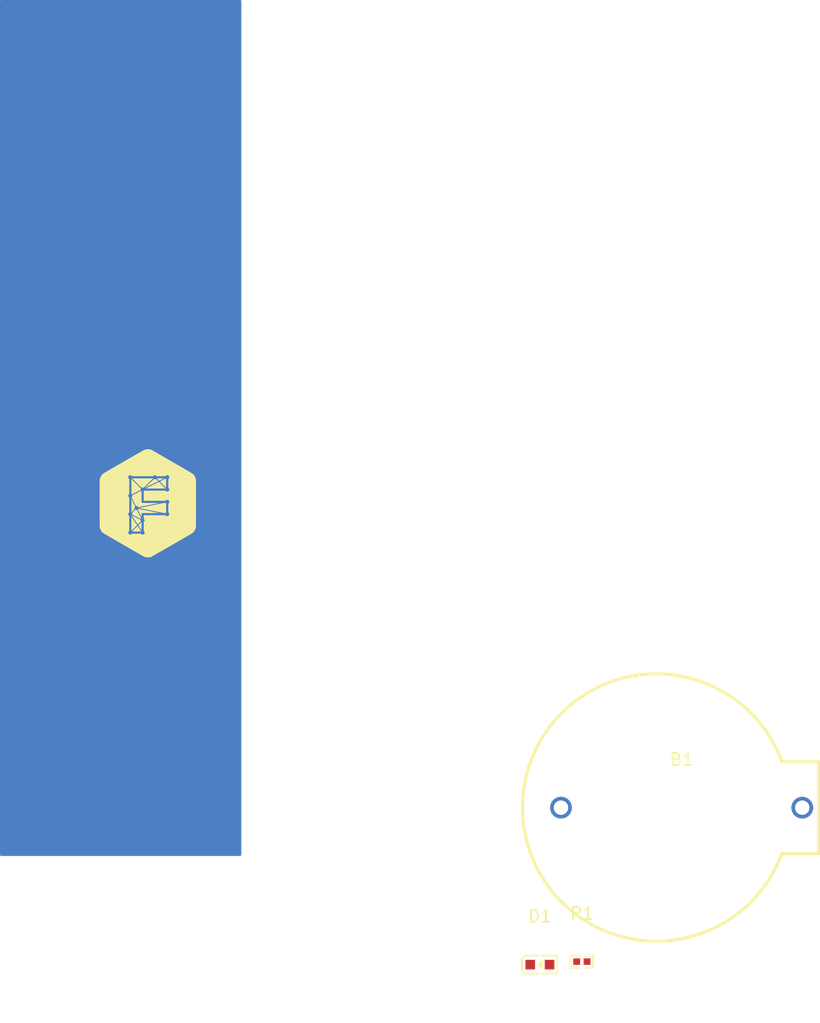
<source format=kicad_pcb>
(kicad_pcb (version 20241229) (generator "pcbnew") (generator_version "9.0")
  (layers (0 "F.Cu" signal) (2 "B.Cu" signal) (13 "F.Paste" user) (15 "B.Paste" user) (5 "F.SilkS" user "F.Silkscreen") (7 "B.SilkS" user "B.Silkscreen") (1 "F.Mask" user) (3 "B.Mask" user) (25 "Edge.Cuts" user))
  (net 0 "")
  (net 1 "B1-1-R1-2")
  (net 2 "D1-1-R1-1")
  (net 3 "B1-2-D1-2")
  (net 4 "GND")
  (footprint "logos:faebryk_logo" (layer "F.Cu") (at 32.25 46.75)
    (property "Reference" "G***" (hide yes))
    (property "Value" "LOGO" (hide yes))
    (fp_poly (pts (xy -1.121428 1.462679) (xy -0.886487 1.815188) (xy -1.356395 2.285096) (xy -1.356382 1.697633) (xy -1.35637 1.11017)) (fill yes) (layer "F.SilkS"))
    (fp_poly (pts (xy 1.472993 -1.226803) (xy 0.652261 -1.227287) (xy -0.16847 -1.227771) (xy 0.377986 -1.501563) (xy 0.924441 -1.775355)) (fill yes) (layer "F.SilkS"))
    (fp_poly (pts (xy 1.520736 -2.008089) (xy 1.516224 -1.287167) (xy 1.254833 -1.548666) (xy 0.993442 -1.810166) (xy 1.235346 -1.930871) (xy 1.477249 -2.051576)) (fill yes) (layer "F.SilkS"))
    (fp_poly (pts (xy 1.036875 -2.064368) (xy 1.334795 -2.063905) (xy 1.140408 -1.965477) (xy 1.087217 -1.938612) (xy 1.039226 -1.914504) (xy 0.998552 -1.894206) (xy 0.967309 -1.878769) (xy 0.947613 -1.869245) (xy 0.941559 -1.866586) (xy 0.934273 -1.872234) (xy 0.916986 -1.888149) (xy 0.891831 -1.912294) (xy 0.860939 -1.942632) (xy 0.838027 -1.965477) (xy 0.738955 -2.06483)) (fill yes) (layer "F.SilkS"))
    (fp_poly (pts (xy -1.201449 -0.051837) (xy -1.047441 0.254863) (xy -1.070994 0.281725) (xy -1.095951 0.319565) (xy -1.107686 0.362439) (xy -1.106473 0.4127) (xy -1.093153 0.47085) (xy -1.09368 0.479029) (xy -1.100135 0.491259) (xy -1.113792 0.509029) (xy -1.135923 0.533832) (xy -1.1678 0.567156) (xy -1.210697 0.610492) (xy -1.222158 0.621936) (xy -1.356395 0.755743) (xy -1.355926 0.198602) (xy -1.355457 -0.358538)) (fill yes) (layer "F.SilkS"))
    (fp_poly (pts (xy -0.967318 -1.628502) (xy -0.886578 -1.547722) (xy -0.817374 -1.47822) (xy -0.758919 -1.41916) (xy -0.710424 -1.36971) (xy -0.671103 -1.329036) (xy -0.640166 -1.296303) (xy -0.616827 -1.270678) (xy -0.600298 -1.251327) (xy -0.58979 -1.237415) (xy -0.584517 -1.22811) (xy -0.583689 -1.222578) (xy -0.583718 -1.222483) (xy -0.587329 -1.204864) (xy -0.59112 -1.176748) (xy -0.593696 -1.150709) (xy -0.598199 -1.096213) (xy -1.317517 -0.737709) (xy -1.336956 -0.75638) (xy -1.356395 -0.77505) (xy -1.356395 -2.017241)) (fill yes) (layer "F.SilkS"))
    (fp_poly (pts (xy -0.77616 0.46817) (xy -0.751652 0.47194) (xy -0.712455 0.478725) (xy -0.65969 0.488309) (xy -0.594479 0.50048) (xy -0.517943 0.515022) (xy -0.431205 0.531721) (xy -0.335385 0.550363) (xy -0.231605 0.570733) (xy -0.120987 0.592618) (xy -0.004652 0.615803) (xy 0.090714 0.634929) (xy 0.963299 0.810407) (xy 0.248866 0.811258) (xy -0.465568 0.812108) (xy -0.489808 0.832935) (xy -0.514048 0.853761) (xy -0.518368 1.001681) (xy -0.522688 1.1496) (xy -0.677619 0.83927) (xy -0.832551 0.528939) (xy -0.810197 0.502374) (xy -0.795213 0.483489) (xy -0.785832 0.469667) (xy -0.784857 0.467629)) (fill yes) (layer "F.SilkS"))
    (fp_poly (pts (xy 0.05612 -1.675754) (xy -0.024869 -1.594808) (xy -0.094577 -1.525411) (xy -0.153826 -1.466784) (xy -0.203441 -1.418149) (xy -0.244246 -1.378726) (xy -0.277065 -1.347735) (xy -0.302723 -1.324398) (xy -0.322044 -1.307935) (xy -0.335851 -1.297567) (xy -0.344969 -1.292515) (xy -0.349898 -1.291885) (xy -0.400099 -1.304548) (xy -0.440951 -1.308374) (xy -0.477939 -1.303384) (xy -0.509728 -1.292525) (xy -0.517341 -1.295998) (xy -0.534165 -1.309251) (xy -0.560564 -1.332628) (xy -0.596897 -1.366475) (xy -0.643528 -1.411136) (xy -0.700817 -1.466958) (xy -0.769126 -1.534284) (xy -0.848817 -1.613461) (xy -0.911427 -1.675981) (xy -1.300167 -2.06483) (xy 0.44486 -2.06483)) (fill yes) (layer "F.SilkS"))
    (fp_poly (pts (xy -0.518368 1.889985) (xy -0.518421 1.9646) (xy -0.518572 2.033519) (xy -0.51881 2.094899) (xy -0.519123 2.146894) (xy -0.519499 2.18766) (xy -0.519926 2.21535) (xy -0.520392 2.228121) (xy -0.520528 2.228772) (xy -0.525676 2.22182) (xy -0.539108 2.202314) (xy -0.559571 2.17211) (xy -0.585815 2.133065) (xy -0.616588 2.087033) (xy -0.650637 2.035871) (xy -0.652279 2.033398) (xy -0.686584 1.981511) (xy -0.717651 1.934092) (xy -0.744214 1.893109) (xy -0.765004 1.860534) (xy -0.778752 1.838336) (xy -0.784193 1.828485) (xy -0.78421 1.828418) (xy -0.779034 1.819708) (xy -0.763237 1.800807) (xy -0.738553 1.773607) (xy -0.706718 1.739996) (xy -0.669464 1.701866) (xy -0.652458 1.684798) (xy -0.518368 1.550991)) (fill yes) (layer "F.SilkS"))
    (fp_poly (pts (xy 0.777165 -1.922292) (xy 0.808579 -1.890487) (xy 0.834704 -1.863101) (xy 0.853501 -1.842348) (xy 0.862934 -1.830437) (xy 0.86356 -1.82853) (xy 0.85537 -1.824155) (xy 0.832957 -1.812697) (xy 0.79756 -1.794778) (xy 0.75042 -1.771022) (xy 0.692779 -1.742051) (xy 0.625877 -1.708489) (xy 0.550955 -1.67096) (xy 0.469253 -1.630085) (xy 0.382014 -1.586489) (xy 0.31102 -1.551045) (xy -0.237586 -1.277265) (xy 0.129591 -1.645204) (xy 0.21386 -1.729427) (xy 0.286591 -1.801632) (xy 0.348232 -1.862248) (xy 0.399233 -1.911701) (xy 0.440043 -1.95042) (xy 0.47111 -1.978833) (xy 0.492883 -1.997366) (xy 0.505811 -2.006448) (xy 0.509727 -2.007467) (xy 0.563351 -1.992036) (xy 0.616642 -1.991745) (xy 0.644522 -1.998268) (xy 0.686836 -2.012349)) (fill yes) (layer "F.SilkS"))
    (fp_poly (pts (xy -1.309684 1.014561) (xy -1.28729 1.025288) (xy -1.25254 1.042236) (xy -1.206979 1.064641) (xy -1.152154 1.091743) (xy -1.08961 1.122779) (xy -1.020892 1.156988) (xy -0.954688 1.190036) (xy -0.596123 1.369256) (xy -0.596123 1.414255) (xy -0.59414 1.445121) (xy -0.589109 1.472331) (xy -0.585866 1.481766) (xy -0.582944 1.489728) (xy -0.58287 1.497811) (xy -0.58706 1.507818) (xy -0.596932 1.521553) (xy -0.613901 1.540817) (xy -0.639385 1.567415) (xy -0.6748 1.60315) (xy -0.704658 1.632971) (xy -0.833708 1.761663) (xy -1.075613 1.398296) (xy -1.132378 1.312942) (xy -1.180173 1.240846) (xy -1.219671 1.180931) (xy -1.251547 1.132119) (xy -1.276477 1.093334) (xy -1.295133 1.063497) (xy -1.308192 1.04153) (xy -1.316327 1.026357) (xy -1.320213 1.0169) (xy -1.320525 1.01208) (xy -1.318178 1.010816)) (fill yes) (layer "F.SilkS"))
    (fp_poly (pts (xy -1.005633 0.549523) (xy -0.978619 0.557023) (xy -0.945869 0.561233) (xy -0.935451 0.561564) (xy -0.894087 0.561564) (xy -0.715337 0.919188) (xy -0.673449 1.003098) (xy -0.638754 1.07293) (xy -0.610654 1.130033) (xy -0.588554 1.175753) (xy -0.571857 1.211438) (xy -0.559966 1.238434) (xy -0.552285 1.258088) (xy -0.548217 1.271748) (xy -0.547167 1.28076) (xy -0.548538 1.286472) (xy -0.551236 1.289806) (xy -0.555779 1.292308) (xy -0.562804 1.292761) (xy -0.573654 1.290568) (xy -0.589672 1.285129) (xy -0.6122 1.275845) (xy -0.64258 1.262118) (xy -0.682156 1.243347) (xy -0.73227 1.218935) (xy -0.794264 1.188283) (xy -0.869481 1.150791) (xy -0.924182 1.12343) (xy -1.282479 0.944059) (xy -1.279979 0.909433) (xy -1.281898 0.877605) (xy -1.289889 0.845328) (xy -1.291315 0.841693) (xy -1.305151 0.808579) (xy -1.169801 0.67303) (xy -1.034451 0.537482)) (fill yes) (layer "F.SilkS"))
    (fp_poly (pts (xy -0.840056 1.890313) (xy -0.825845 1.909869) (xy -0.804548 1.9403) (xy -0.777386 1.979836) (xy -0.745581 2.02671) (xy -0.710355 2.079151) (xy -0.697942 2.097746) (xy -0.656617 2.159986) (xy -0.62417 2.209524) (xy -0.599704 2.247911) (xy -0.582328 2.276694) (xy -0.571145 2.297423) (xy -0.565261 2.311646) (xy -0.563783 2.320914) (xy -0.565753 2.326691) (xy -0.569549 2.330265) (xy -0.576258 2.333208) (xy -0.587441 2.33558) (xy -0.604655 2.337442) (xy -0.62946 2.338855) (xy -0.663414 2.339879) (xy -0.708076 2.340574) (xy -0.765006 2.341001) (xy -0.835761 2.341219) (xy -0.9219 2.34129) (xy -0.942592 2.341292) (xy -1.308756 2.341292) (xy -1.079932 2.112346) (xy -1.02823 2.060749) (xy -0.980343 2.013215) (xy -0.937644 1.971088) (xy -0.901504 1.935707) (xy -0.873294 1.908416) (xy -0.854384 1.890555) (xy -0.846146 1.883466) (xy -0.845958 1.883401)) (fill yes) (layer "F.SilkS"))
    (fp_poly (pts (xy -0.543789 -1.010463) (xy -0.518368 -0.992361) (xy -0.518176 -0.537218) (xy -0.518143 -0.434488) (xy -0.518049 -0.347631) (xy -0.517755 -0.275242) (xy -0.517125 -0.215914) (xy -0.516021 -0.168242) (xy -0.514307 -0.13082) (xy -0.511846 -0.102244) (xy -0.508499 -0.081106) (xy -0.504131 -0.066001) (xy -0.498605 -0.055524) (xy -0.491782 -0.048269) (xy -0.483527 -0.04283) (xy -0.473701 -0.037802) (xy -0.469259 -0.035569) (xy -0.4593 -0.033626) (xy -0.437093 -0.031903) (xy -0.402079 -0.030392) (xy -0.353698 -0.029085) (xy -0.291392 -0.027973) (xy -0.2146 -0.02705) (xy -0.122764 -0.026305) (xy -0.015325 -0.025732) (xy 0.108277 -0.025322) (xy 0.247816 -0.025068) (xy 0.94602 -0.024217) (xy 0.095034 0.147299) (xy -0.023813 0.171228) (xy -0.138016 0.194174) (xy -0.24642 0.215907) (xy -0.347867 0.236198) (xy -0.4412 0.254816) (xy -0.525263 0.271533) (xy -0.598898 0.286117) (xy -0.660948 0.29834) (xy -0.710257 0.307971) (xy -0.745667 0.314781) (xy -0.766021 0.31854) (xy -0.770583 0.319237) (xy -0.784799 0.312691) (xy -0.799014 0.296284) (xy -0.799482 0.295506) (xy -0.830079 0.260146) (xy -0.872751 0.237035) (xy -0.927261 0.226299) (xy -0.9303 0.226089) (xy -0.985966 0.222544) (xy -1.342338 -0.490446) (xy -1.319355 -0.517759) (xy -1.296683 -0.555109) (xy -1.282751 -0.599373) (xy -1.280131 -0.642228) (xy -1.280328 -0.64405) (xy -1.283535 -0.671527) (xy -0.569211 -1.028565)) (fill yes) (layer "F.SilkS"))
    (fp_poly (pts (xy 1.441947 -0.024713) (xy 1.455559 -0.022137) (xy 1.466228 -0.018255) (xy 1.474827 -0.013198) (xy 1.482233 -0.007095) (xy 1.489319 -0.000076) (xy 1.492466 0.00317) (xy 1.520544 0.032075) (xy 1.520544 0.749904) (xy 1.489442 0.781006) (xy 1.472905 0.79675) (xy 1.458852 0.805955) (xy 1.441908 0.810295) (xy 1.416698 0.811442) (xy 1.392248 0.811254) (xy 1.377144 0.810206) (xy 1.353638 0.807261) (xy 1.321041 0.80229) (xy 1.278661 0.795159) (xy 1.225808 0.785737) (xy 1.161792 0.773894) (xy 1.085924 0.759498) (xy 0.997512 0.742417) (xy 0.895866 0.72252) (xy 0.780297 0.699675) (xy 0.650113 0.673751) (xy 0.504625 0.644617) (xy 0.343143 0.612141) (xy 0.285102 0.600442) (xy 0.153903 0.573968) (xy 0.027554 0.548446) (xy -0.092928 0.524081) (xy -0.206527 0.501082) (xy -0.312226 0.479655) (xy -0.409007 0.460006) (xy -0.495854 0.442343) (xy -0.571749 0.426872) (xy -0.635676 0.4138) (xy -0.686618 0.403334) (xy -0.723557 0.39568) (xy -0.745477 0.391046) (xy -0.751531 0.38963) (xy -0.742663 0.387859) (xy -0.717884 0.382906) (xy -0.678223 0.374976) (xy -0.624713 0.364275) (xy -0.558384 0.35101) (xy -0.480269 0.335386) (xy -0.391397 0.317611) (xy -0.2928 0.29789) (xy -0.18551 0.27643) (xy -0.070557 0.253436) (xy 0.051027 0.229116) (xy 0.17821 0.203674) (xy 0.289421 0.181428) (xy 0.452203 0.148868) (xy 0.598915 0.119558) (xy 0.730432 0.093368) (xy 0.847629 0.070169) (xy 0.951381 0.049831) (xy 1.042563 0.032225) (xy 1.122051 0.01722) (xy 1.190718 0.004687) (xy 1.249441 -0.005503) (xy 1.299095 -0.01348) (xy 1.340554 -0.019374) (xy 1.374694 -0.023315) (xy 1.402389 -0.025432) (xy 1.424515 -0.025855)) (fill yes) (layer "F.SilkS"))
    (fp_poly (pts (xy 0.047517 -4.481264) (xy 0.130799 -4.47499) (xy 0.202385 -4.463071) (xy 0.267274 -4.444319) (xy 0.330461 -4.417545) (xy 0.344031 -4.410767) (xy 0.356953 -4.403667) (xy 0.384126 -4.388328) (xy 0.42484 -4.365158) (xy 0.478386 -4.334564) (xy 0.544056 -4.296954) (xy 0.62114 -4.252737) (xy 0.70893 -4.202319) (xy 0.806715 -4.14611) (xy 0.913788 -4.084516) (xy 1.029439 -4.017946) (xy 1.152959 -3.946808) (xy 1.283639 -3.87151) (xy 1.420771 -3.792458) (xy 1.563644 -3.710063) (xy 1.711551 -3.62473) (xy 1.863781 -3.536868) (xy 2.019627 -3.446886) (xy 2.038911 -3.435749) (xy 2.224824 -3.328367) (xy 2.396362 -3.229254) (xy 2.554126 -3.138057) (xy 2.698715 -3.05442) (xy 2.830729 -2.977991) (xy 2.950767 -2.908415) (xy 3.059427 -2.845338) (xy 3.157311 -2.788407) (xy 3.245017 -2.737266) (xy 3.323145 -2.691562) (xy 3.392294 -2.650942) (xy 3.453064 -2.615051) (xy 3.506054 -2.583534) (xy 3.551864 -2.556039) (xy 3.591092 -2.532211) (xy 3.624339 -2.511696) (xy 3.652204 -2.49414) (xy 3.675287 -2.479189) (xy 3.694186 -2.466489) (xy 3.709502 -2.455686) (xy 3.721834 -2.446426) (xy 3.73178 -2.438355) (xy 3.739688 -2.431354) (xy 3.818597 -2.346703) (xy 3.88562 -2.250476) (xy 3.939525 -2.1447) (xy 3.975786 -2.043075) (xy 3.995748 -1.974116) (xy 3.995748 0) (xy 3.995743 0.218324) (xy 3.995723 0.420047) (xy 3.995685 0.605846) (xy 3.995623 0.7764) (xy 3.995532 0.932385) (xy 3.995407 1.07448) (xy 3.995242 1.203362) (xy 3.995033 1.319709) (xy 3.994774 1.424198) (xy 3.994461 1.517508) (xy 3.994088 1.600315) (xy 3.99365 1.673298) (xy 3.993142 1.737134) (xy 3.992559 1.792501) (xy 3.991897 1.840076) (xy 3.991149 1.880538) (xy 3.990311 1.914563) (xy 3.989377 1.94283) (xy 3.988344 1.966016) (xy 3.987204 1.9848) (xy 3.985954 1.999857) (xy 3.984589 2.011867) (xy 3.983102 2.021507) (xy 3.98149 2.029455) (xy 3.980467 2.033665) (xy 3.950775 2.12441) (xy 3.9094 2.214252) (xy 3.85858 2.299727) (xy 3.800552 2.377374) (xy 3.737553 2.443731) (xy 3.690429 2.482532) (xy 3.676798 2.491309) (xy 3.649144 2.508106) (xy 3.608294 2.532446) (xy 3.555077 2.563852) (xy 3.49032 2.601846) (xy 3.414853 2.645954) (xy 3.329502 2.695697) (xy 3.235097 2.750599) (xy 3.132466 2.810183) (xy 3.022436 2.873973) (xy 2.905836 2.941491) (xy 2.783495 3.012261) (xy 2.656239 3.085807) (xy 2.524899 3.161651) (xy 2.390301 3.239317) (xy 2.253273 3.318328) (xy 2.114645 3.398208) (xy 1.975245 3.478479) (xy 1.835899 3.558664) (xy 1.697438 3.638288) (xy 1.560688 3.716873) (xy 1.426478 3.793943) (xy 1.295637 3.86902) (xy 1.168992 3.941629) (xy 1.047372 4.011292) (xy 0.931605 4.077533) (xy 0.822518 4.139874) (xy 0.720941 4.19784) (xy 0.627702 4.250953) (xy 0.543628 4.298737) (xy 0.469548 4.340714) (xy 0.406289 4.376409) (xy 0.354681 4.405344) (xy 0.315552 4.427043) (xy 0.289729 4.441029) (xy 0.2781 4.446804) (xy 0.194497 4.470631) (xy 0.101564 4.485625) (xy 0.00508 4.491335) (xy -0.089174 4.487311) (xy -0.143984 4.479724) (xy -0.185983 4.470771) (xy -0.231267 4.459102) (xy -0.262009 4.449817) (xy -0.279699 4.44203) (xy -0.311756 4.425742) (xy -0.357667 4.401238) (xy -0.416922 4.368804) (xy -0.48901 4.328727) (xy -0.57342 4.281292) (xy -0.669641 4.226785) (xy -0.777161 4.165494) (xy -0.89547 4.097704) (xy -1.024056 4.0237) (xy -1.055406 4.005615) (xy -1.290817 3.869749) (xy -1.511736 3.742252) (xy -1.718633 3.622849) (xy -1.911978 3.511263) (xy -2.092239 3.407219) (xy -2.259887 3.310442) (xy -2.415391 3.220656) (xy -2.55922 3.137586) (xy -2.691845 3.060956) (xy -2.813734 2.99049) (xy -2.925358 2.925914) (xy -3.027185 2.866952) (xy -3.119686 2.813328) (xy -3.203329 2.764767) (xy -3.278585 2.720993) (xy -3.345923 2.68173) (xy -3.405813 2.646704) (xy -3.458723 2.615639) (xy -3.505124 2.588259) (xy -3.545485 2.564288) (xy -3.580276 2.543452) (xy -3.609967 2.525475) (xy -3.635026 2.510081) (xy -3.655923 2.496995) (xy -3.673128 2.485941) (xy -3.687111 2.476644) (xy -3.698341 2.468828) (xy -3.707287 2.462218) (xy -3.714419 2.456539) (xy -3.720207 2.451514) (xy -3.72512 2.446868) (xy -3.729628 2.442327) (xy -3.7342 2.437613) (xy -3.739306 2.432453) (xy -3.743315 2.428555) (xy -3.816816 2.348552) (xy -3.878385 2.259586) (xy -3.929435 2.159365) (xy -3.962336 2.073469) (xy -3.987109 2.000034) (xy -3.989504 0.034557) (xy -3.989762 -0.18439) (xy -3.989981 -0.386734) (xy -3.990157 -0.57315) (xy -3.990285 -0.744313) (xy -3.990363 -0.900898) (xy -3.990386 -1.043581) (xy -3.99035 -1.173037) (xy -3.990252 -1.289941) (xy -3.990087 -1.394968) (xy -3.989852 -1.488795) (xy -3.989544 -1.572096) (xy -3.989158 -1.645546) (xy -3.98869 -1.709821) (xy -3.988138 -1.765596) (xy -3.987496 -1.813547) (xy -3.986761 -1.854348) (xy -3.98593 -1.888675) (xy -3.984998 -1.917204) (xy -3.983962 -1.940609) (xy -3.982817 -1.959567) (xy -3.981561 -1.974751) (xy -3.980189 -1.986838) (xy -3.978697 -1.996503) (xy -3.978028 -2.000035) (xy -3.953936 -2.088094) (xy -3.921927 -2.166799) (xy -1.621869 -2.166799) (xy -1.619865 -2.13473) (xy -1.608732 -2.098422) (xy -1.590638 -2.063136) (xy -1.56921 -2.035249) (xy -1.557788 -2.025677) (xy -1.537824 -2.012595) (xy -1.537824 -0.780784) (xy -1.564513 -0.755409) (xy -1.596542 -0.717314) (xy -1.613796 -0.675834) (xy -1.618659 -0.630681) (xy -1.613221 -0.584641) (xy -1.597764 -0.542282) (xy -1.574546 -0.508729) (xy -1.559311 -0.495902) (xy -1.537824 -0.481823) (xy -1.537824 0.752748) (xy -1.564052 0.774818) (xy -1.597002 0.812979) (xy -1.615947 0.858066) (xy -1.620793 0.90675) (xy -1.611446 0.955705) (xy -1.587809 1.001603) (xy -1.571111 1.021833) (xy -1.537824 1.056826) (xy -1.537824 2.278003) (xy -1.571346 2.313243) (xy -1.602534 2.357233) (xy -1.61839 2.405211) (xy -1.619416 2.454239) (xy -1.60611 2.501381) (xy -1.578974 2.543701) (xy -1.538507 2.578262) (xy -1.524864 2.586144) (xy -1.49389 2.59589) (xy -1.45433 2.59965) (xy -1.413858 2.597294) (xy -1.380143 2.588694) (xy -1.379876 2.588581) (xy -1.355429 2.574156) (xy -1.330757 2.553822) (xy -1.3267 2.549703) (xy -1.301326 2.522721) (xy -0.577011 2.522721) (xy -0.559832 2.54456) (xy -0.527967 2.572326) (xy -0.485738 2.591364) (xy -0.43836 2.600419) (xy -0.391047 2.598237) (xy -0.36558 2.591287) (xy -0.327259 2.568344) (xy -0.294826 2.53304) (xy -0.271406 2.490071) (xy -0.260123 2.444131) (xy -0.259564 2.432006) (xy -0.26663 2.388216) (xy -0.285468 2.344506) (xy -0.312534 2.308955) (xy -0.314201 2.307388) (xy -0.336939 2.286443) (xy -0.336939 1.558114) (xy -0.314201 1.537169) (xy -0.286782 1.502305) (xy -0.267397 1.458835) (xy -0.259587 1.414838) (xy -0.259564 1.412551) (xy -0.26663 1.36876) (xy -0.285468 1.32505) (xy -0.312534 1.289499) (xy -0.314201 1.287932) (xy -0.322734 1.279646) (xy -0.328811 1.2711) (xy -0.332847 1.2594) (xy -0.335261 1.241655) (xy -0.33647 1.214972) (xy -0.33689 1.176458) (xy -0.336939 1.130262) (xy -0.336939 0.993537) (xy 1.46672 0.993537) (xy 1.480225 1.014148) (xy 1.506358 1.039855) (xy 1.544163 1.058731) (xy 1.588756 1.068891) (xy 1.623891 1.069643) (xy 1.677867 1.058241) (xy 1.721561 1.033355) (xy 1.753733 0.996224) (xy 1.773144 0.948089) (xy 1.778078 0.915455) (xy 1.775736 0.868976) (xy 1.763255 0.825601) (xy 1.742522 0.790217) (xy 1.722583 0.771789) (xy 1.701972 0.758284) (xy 1.701972 0.029151) (xy 1.728955 0.003776) (xy 1.749551 -0.019679) (xy 1.765778 -0.045012) (xy 1.767832 -0.0494) (xy 1.778404 -0.092918) (xy 1.777415 -0.141384) (xy 1.765844 -0.188604) (xy 1.744669 -0.228381) (xy 1.738361 -0.236029) (xy 1.702764 -0.26349) (xy 1.658719 -0.279717) (xy 1.6105 -0.284821) (xy 1.562383 -0.278917) (xy 1.518644 -0.262117) (xy 1.483557 -0.234533) (xy 1.47908 -0.229187) (xy 1.4619 -0.207347) (xy -0.336939 -0.207347) (xy -0.336939 -0.988396) (xy -0.309326 -1.016885) (xy -0.281713 -1.045375) (xy 1.465695 -1.045375) (xy 1.48664 -1.022636) (xy 1.526959 -0.990355) (xy 1.572652 -0.972657) (xy 1.620609 -0.96907) (xy 1.66772 -0.979125) (xy 1.710875 -1.002351) (xy 1.746965 -1.038279) (xy 1.763289 -1.064469) (xy 1.776667 -1.106844) (xy 1.77808 -1.153788) (xy 1.768502 -1.200184) (xy 1.748906 -1.240912) (xy 1.724656 -1.267603) (xy 1.701972 -1.285446) (xy 1.701972 -2.009982) (xy 1.724412 -2.030926) (xy 1.756581 -2.072029) (xy 1.775461 -2.120796) (xy 1.779538 -2.15736) (xy 1.771954 -2.210235) (xy 1.751454 -2.254961) (xy 1.720638 -2.290432) (xy 1.682108 -2.315541) (xy 1.638462 -2.329181) (xy 1.592302 -2.330246) (xy 1.546228 -2.31763) (xy 1.502841 -2.290226) (xy 1.491644 -2.279868) (xy 1.458035 -2.246259) (xy 0.745805 -2.246259) (xy 0.710217 -2.280113) (xy 0.665383 -2.312047) (xy 0.616505 -2.328) (xy 0.566114 -2.327971) (xy 0.516743 -2.311958) (xy 0.471261 -2.280273) (xy 0.43436 -2.246259) (xy -1.302571 -2.246259) (xy -1.31665 -2.267747) (xy -1.338644 -2.289761) (xy -1.371939 -2.309779) (xy -1.410605 -2.324533) (xy -1.426697 -2.328316) (xy -1.472958 -2.328824) (xy -1.517314 -2.314767) (xy -1.557072 -2.28884) (xy -1.589544 -2.253739) (xy -1.61204 -2.21216) (xy -1.621869 -2.166799) (xy -3.921927 -2.166799) (xy -3.917819 -2.176899) (xy -3.871864 -2.262778) (xy -3.818258 -2.342058) (xy -3.759187 -2.411066) (xy -3.7035 -2.461094) (xy -3.691615 -2.468825) (xy -3.665458 -2.484778) (xy -3.625728 -2.508545) (xy -3.573123 -2.539721) (xy -3.508341 -2.577897) (xy -3.43208 -2.622667) (xy -3.345039 -2.673623) (xy -3.247915 -2.730359) (xy -3.141408 -2.792467) (xy -3.026215 -2.85954) (xy -2.903034 -2.931171) (xy -2.772564 -3.006953) (xy -2.635504 -3.08648) (xy -2.49255 -3.169343) (xy -2.344402 -3.255136) (xy -2.191758 -3.343451) (xy -2.035316 -3.433883) (xy -1.994442 -3.457497) (xy -1.792545 -3.574082) (xy -1.605179 -3.682189) (xy -1.431946 -3.782042) (xy -1.272452 -3.873867) (xy -1.1263 -3.957889) (xy -0.993093 -4.034333) (xy -0.872436 -4.103424) (xy -0.763932 -4.165389) (xy -0.667185 -4.220451) (xy -0.581799 -4.268837) (xy -0.507378 -4.310771) (xy -0.443525 -4.346479) (xy -0.389845 -4.376185) (xy -0.345942 -4.400117) (xy -0.311418 -4.418497) (xy -0.285878 -4.431553) (xy -0.268926 -4.439508) (xy -0.263504 -4.441659) (xy -0.195508 -4.462276) (xy -0.128329 -4.475434) (xy -0.056654 -4.481809) (xy 0.024829 -4.482078)) (fill yes) (layer "F.SilkS"))
  )
  (footprint "lcsc:LED0603-RD-YELLOW" (layer "F.Cu") (at 64.752146 85.022146)
    (property "Reference" "D1" (at 0 -4 0) (layer "F.SilkS"))
    (property "Value" "LED")
    (fp_line (start -1.49 -0.45) (end -1.19 -0.75) (stroke (width 0.15)) (layer "F.SilkS"))
    (fp_line (start -1.49 -0.35) (end -1.49 -0.45) (stroke (width 0.15)) (layer "F.SilkS"))
    (fp_line (start -1.49 -0.35) (end -1.49 0.35) (stroke (width 0.15)) (layer "F.SilkS"))
    (fp_line (start -1.49 0.35) (end -1.49 0.45) (stroke (width 0.15)) (layer "F.SilkS"))
    (fp_line (start -1.49 0.45) (end -1.19 0.75) (stroke (width 0.15)) (layer "F.SilkS"))
    (fp_line (start -0.14 -0.75) (end -1.19 -0.75) (stroke (width 0.15)) (layer "F.SilkS"))
    (fp_line (start -0.14 0.75) (end -1.19 0.75) (stroke (width 0.15)) (layer "F.SilkS"))
    (fp_line (start 0.21 0.33) (end -0.12 0) (stroke (width 0.15)) (layer "F.SilkS"))
    (fp_line (start 0.22 -0.35) (end 0.22 -0.34) (stroke (width 0.15)) (layer "F.SilkS"))
    (fp_line (start 0.22 -0.35) (end 0.22 0.33) (stroke (width 0.15)) (layer "F.SilkS"))
    (fp_line (start 0.22 -0.34) (end -0.12 0) (stroke (width 0.15)) (layer "F.SilkS"))
    (fp_line (start 0.22 0) (end -0.12 0) (stroke (width 0.15)) (layer "F.SilkS"))
    (fp_line (start 0.22 0.33) (end 0.21 0.33) (stroke (width 0.15)) (layer "F.SilkS"))
    (fp_line (start 0.24 -0.75) (end 1.39 -0.75) (stroke (width 0.15)) (layer "F.SilkS"))
    (fp_line (start 0.24 0.75) (end 1.39 0.75) (stroke (width 0.15)) (layer "F.SilkS"))
    (fp_line (start 1.39 -0.75) (end 1.39 0.73) (stroke (width 0.15)) (layer "F.SilkS"))
    (pad "1" smd rect (at -0.8 0 90) (size 0.8 0.8) (layers "F.Cu" "F.Mask" "F.Paste") (net 2 "D1-1-R1-1"))
    (pad "2" smd rect (at 0.8 0 90) (size 0.8 0.8) (layers "F.Cu" "F.Mask" "F.Paste") (net 3 "B1-2-D1-2"))
  )
  (footprint "lcsc:R0402" (layer "F.Cu") (at 68.232146 84.772146)
    (property "Reference" "R1" (at 0 -4 0) (layer "F.SilkS"))
    (property "Value" "40.2Ω")
    (fp_line (start -0.94 -0.5) (end -0.23 -0.5) (stroke (width 0.15)) (layer "F.SilkS"))
    (fp_line (start -0.94 0.5) (end -0.94 -0.5) (stroke (width 0.15)) (layer "F.SilkS"))
    (fp_line (start -0.23 0.5) (end -0.94 0.5) (stroke (width 0.15)) (layer "F.SilkS"))
    (fp_line (start 0.23 0.5) (end 0.94 0.5) (stroke (width 0.15)) (layer "F.SilkS"))
    (fp_line (start 0.94 -0.5) (end 0.23 -0.5) (stroke (width 0.15)) (layer "F.SilkS"))
    (fp_line (start 0.94 0.5) (end 0.94 -0.5) (stroke (width 0.15)) (layer "F.SilkS"))
    (pad "1" smd rect (at -0.43 0) (size 0.57 0.54) (layers "F.Cu" "F.Mask" "F.Paste") (net 2 "D1-1-R1-1"))
    (pad "2" smd rect (at 0.43 0) (size 0.57 0.54) (layers "F.Cu" "F.Mask" "F.Paste") (net 1 "B1-1-R1-2"))
  )
  (footprint "lcsc:BAT-TH_BS-02-A1AJ010" (layer "F.Cu") (at 76.5 72)
    (property "Reference" "B1" (at 0 -4 0) (layer "F.SilkS"))
    (property "Value" "ButtonCell")
    (fp_line (start 8.32 -3.8) (end 11.36 -3.8) (stroke (width 0.25)) (layer "F.SilkS"))
    (fp_line (start 11.36 -3.8) (end 11.36 3.81) (stroke (width 0.25)) (layer "F.SilkS"))
    (fp_line (start 11.36 3.81) (end 8.31 3.81) (stroke (width 0.25)) (layer "F.SilkS"))
    (fp_arc (start 8.32 3.78) (mid -13.187854 -0.01049) (end 8.320334 -3.799083) (stroke (width 0.25)) (layer "F.SilkS"))
    (pad "1" thru_hole circle (at -10 0) (size 1.8 1.8) (drill 1.199998) (layers "*.Cu" "*.Mask") (net 1 "B1-1-R1-2"))
    (pad "2" thru_hole circle (at 10 0) (size 1.8 1.8) (drill 1.199998) (layers "*.Cu" "*.Mask") (net 3 "B1-2-D1-2"))
  )
  (zone (net 0) (net_name "") (layer "F.Cu") (name "keepout_test") (connect_pads (clearance 0)) (min_thickness 0.25)
    (keepout (tracks not_allowed) (vias not_allowed) (pads not_allowed) (copperpour not_allowed) (footprints not_allowed))
    (fill (thermal_gap 0.5) (thermal_bridge_width 0.5))
    (polygon (pts (xy 23 28) (xy 30 28) (xy 30 35) (xy 23 35)))
  )
  (zone (net 4) (net_name "GND") (layers "F.Cu" "B.Cu") (name "layer_fill_GND") (connect_pads (clearance 0.2)) (min_thickness 0.2) (fill yes (thermal_gap 0.2) (thermal_bridge_width 0.2) (island_removal_mode 2) (island_area_min 10))
    (polygon (pts (xy 40 5) (xy 20 5) (xy 20 76) (xy 40 76)))
  )
)
</source>
